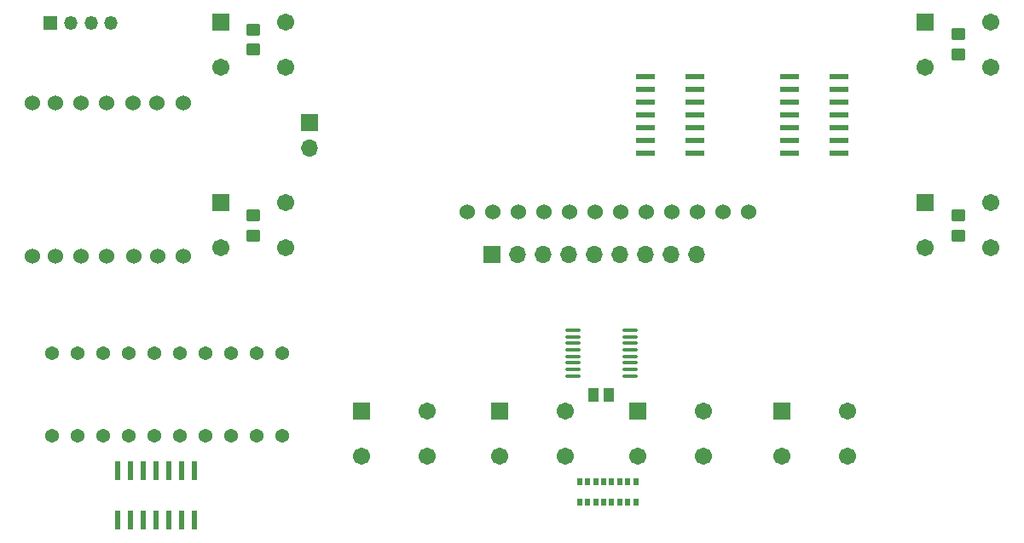
<source format=gbr>
%TF.GenerationSoftware,KiCad,Pcbnew,8.0.4*%
%TF.CreationDate,2024-11-14T23:53:26+02:00*%
%TF.ProjectId,sienikontrolleri,7369656e-696b-46f6-9e74-726f6c6c6572,rev?*%
%TF.SameCoordinates,Original*%
%TF.FileFunction,Soldermask,Bot*%
%TF.FilePolarity,Negative*%
%FSLAX46Y46*%
G04 Gerber Fmt 4.6, Leading zero omitted, Abs format (unit mm)*
G04 Created by KiCad (PCBNEW 8.0.4) date 2024-11-14 23:53:26*
%MOMM*%
%LPD*%
G01*
G04 APERTURE LIST*
G04 Aperture macros list*
%AMRoundRect*
0 Rectangle with rounded corners*
0 $1 Rounding radius*
0 $2 $3 $4 $5 $6 $7 $8 $9 X,Y pos of 4 corners*
0 Add a 4 corners polygon primitive as box body*
4,1,4,$2,$3,$4,$5,$6,$7,$8,$9,$2,$3,0*
0 Add four circle primitives for the rounded corners*
1,1,$1+$1,$2,$3*
1,1,$1+$1,$4,$5*
1,1,$1+$1,$6,$7*
1,1,$1+$1,$8,$9*
0 Add four rect primitives between the rounded corners*
20,1,$1+$1,$2,$3,$4,$5,0*
20,1,$1+$1,$4,$5,$6,$7,0*
20,1,$1+$1,$6,$7,$8,$9,0*
20,1,$1+$1,$8,$9,$2,$3,0*%
G04 Aperture macros list end*
%ADD10R,1.700000X1.700000*%
%ADD11O,1.700000X1.700000*%
%ADD12RoundRect,0.102000X-0.754000X-0.754000X0.754000X-0.754000X0.754000X0.754000X-0.754000X0.754000X0*%
%ADD13C,1.712000*%
%ADD14C,1.524000*%
%ADD15R,0.558800X1.981200*%
%ADD16RoundRect,0.250000X-0.450000X0.350000X-0.450000X-0.350000X0.450000X-0.350000X0.450000X0.350000X0*%
%ADD17R,1.981200X0.558800*%
%ADD18R,1.350000X1.350000*%
%ADD19O,1.350000X1.350000*%
%ADD20C,1.371600*%
%ADD21R,1.016000X1.397000*%
%ADD22RoundRect,0.100000X0.637500X0.100000X-0.637500X0.100000X-0.637500X-0.100000X0.637500X-0.100000X0*%
%ADD23R,0.558800X0.635000*%
G04 APERTURE END LIST*
D10*
%TO.C,J1*%
X92659200Y-51155600D03*
D11*
X95199200Y-51155600D03*
X97739200Y-51155600D03*
X100279200Y-51155600D03*
X102819200Y-51155600D03*
X105359200Y-51155600D03*
X107899200Y-51155600D03*
X110439200Y-51155600D03*
X112979200Y-51155600D03*
%TD*%
D12*
%TO.C,S6*%
X65732500Y-46043100D03*
D13*
X72232500Y-46043100D03*
X65732500Y-50543100D03*
X72232500Y-50543100D03*
%TD*%
D12*
%TO.C,S3*%
X107150000Y-66750000D03*
D13*
X113650000Y-66750000D03*
X107150000Y-71250000D03*
X113650000Y-71250000D03*
%TD*%
D12*
%TO.C,S4*%
X121450000Y-66750000D03*
D13*
X127950000Y-66750000D03*
X121450000Y-71250000D03*
X127950000Y-71250000D03*
%TD*%
D14*
%TO.C,DISP1*%
X90242500Y-46964100D03*
X92782500Y-46964100D03*
X95322500Y-46964100D03*
X97862500Y-46964100D03*
X100402500Y-46964100D03*
X102942500Y-46964100D03*
X105482500Y-46964100D03*
X108022500Y-46964100D03*
X110562500Y-46964100D03*
X113102500Y-46964100D03*
X115642500Y-46964100D03*
X118182500Y-46964100D03*
%TD*%
D12*
%TO.C,S1*%
X79750000Y-66750000D03*
D13*
X86250000Y-66750000D03*
X79750000Y-71250000D03*
X86250000Y-71250000D03*
%TD*%
D12*
%TO.C,S7*%
X135732500Y-28043100D03*
D13*
X142232500Y-28043100D03*
X135732500Y-32543100D03*
X142232500Y-32543100D03*
%TD*%
D12*
%TO.C,S5*%
X65732500Y-28043100D03*
D13*
X72232500Y-28043100D03*
X65732500Y-32543100D03*
X72232500Y-32543100D03*
%TD*%
D10*
%TO.C,J2*%
X74531500Y-38092100D03*
D11*
X74531500Y-40632100D03*
%TD*%
D12*
%TO.C,S8*%
X135732500Y-46043100D03*
D13*
X142232500Y-46043100D03*
X135732500Y-50543100D03*
X142232500Y-50543100D03*
%TD*%
D12*
%TO.C,S2*%
X93450000Y-66750000D03*
D13*
X99950000Y-66750000D03*
X93450000Y-71250000D03*
X99950000Y-71250000D03*
%TD*%
D15*
%TO.C,SREG1*%
X55549800Y-72694800D03*
X56819800Y-72694800D03*
X58089800Y-72694800D03*
X59359800Y-72694800D03*
X60629800Y-72694800D03*
X61899800Y-72694800D03*
X63169800Y-72694800D03*
X63169800Y-77622400D03*
X61899800Y-77622400D03*
X60629800Y-77622400D03*
X59359800Y-77622400D03*
X58089800Y-77622400D03*
X56819800Y-77622400D03*
X55549800Y-77622400D03*
%TD*%
D16*
%TO.C,R6*%
X138982500Y-47293100D03*
X138982500Y-49293100D03*
%TD*%
D17*
%TO.C,SREG3*%
X127146300Y-33483100D03*
X127146300Y-34753100D03*
X127146300Y-36023100D03*
X127146300Y-37293100D03*
X127146300Y-38563100D03*
X127146300Y-39833100D03*
X127146300Y-41103100D03*
X122218700Y-41103100D03*
X122218700Y-39833100D03*
X122218700Y-38563100D03*
X122218700Y-37293100D03*
X122218700Y-36023100D03*
X122218700Y-34753100D03*
X122218700Y-33483100D03*
%TD*%
D18*
%TO.C,GROOVE1*%
X48864000Y-28194000D03*
D19*
X50864000Y-28194000D03*
X52864000Y-28194000D03*
X54864000Y-28194000D03*
%TD*%
D14*
%TO.C,MCU1*%
X47013600Y-36156000D03*
X49340000Y-36156000D03*
X51880000Y-36156000D03*
X54420000Y-36156000D03*
X57013600Y-36156000D03*
X59434538Y-36156000D03*
X62053600Y-36156000D03*
X62053600Y-51396000D03*
X59513600Y-51396000D03*
X57092662Y-51396000D03*
X54420000Y-51396000D03*
X51880000Y-51396000D03*
X49340000Y-51396000D03*
X47013600Y-51396000D03*
%TD*%
D20*
%TO.C,LATCH1*%
X49000000Y-61000000D03*
X51540000Y-61000000D03*
X54080000Y-61000000D03*
X56620000Y-61000000D03*
X59160000Y-61000000D03*
X61700000Y-61000000D03*
X64240000Y-61000000D03*
X66780000Y-61000000D03*
X69320000Y-61000000D03*
X71860000Y-61000000D03*
X71860000Y-69255000D03*
X69320000Y-69255000D03*
X66780000Y-69255000D03*
X64240000Y-69255000D03*
X61700000Y-69255000D03*
X59160000Y-69255000D03*
X56620000Y-69255000D03*
X54080000Y-69255000D03*
X51540000Y-69255000D03*
X49000000Y-69255000D03*
%TD*%
D21*
%TO.C,R4*%
X104292400Y-65176400D03*
X102743000Y-65176400D03*
%TD*%
D16*
%TO.C,R9*%
X68982500Y-28830600D03*
X68982500Y-30830600D03*
%TD*%
D22*
%TO.C,EXP1*%
X106412500Y-58725000D03*
X106412500Y-59375000D03*
X106412500Y-60025000D03*
X106412500Y-60675000D03*
X106412500Y-61325000D03*
X106412500Y-61975000D03*
X106412500Y-62625000D03*
X106412500Y-63275000D03*
X100687500Y-63275000D03*
X100687500Y-62625000D03*
X100687500Y-61975000D03*
X100687500Y-61325000D03*
X100687500Y-60675000D03*
X100687500Y-60025000D03*
X100687500Y-59375000D03*
X100687500Y-58725000D03*
%TD*%
D23*
%TO.C,R3*%
X101372000Y-73787000D03*
X102172000Y-73787000D03*
X102971999Y-73787000D03*
X103772000Y-73787000D03*
X104571998Y-73787000D03*
X105371999Y-73787000D03*
X106172000Y-73787000D03*
X106971998Y-73787000D03*
X106971998Y-75869800D03*
X106171998Y-75869800D03*
X105371999Y-75869800D03*
X104571998Y-75869800D03*
X103772000Y-75869800D03*
X102971999Y-75869800D03*
X102171998Y-75869800D03*
X101372000Y-75869800D03*
%TD*%
D16*
%TO.C,R7*%
X138982500Y-29293100D03*
X138982500Y-31293100D03*
%TD*%
%TO.C,R8*%
X68982500Y-47293100D03*
X68982500Y-49293100D03*
%TD*%
D17*
%TO.C,SREG2*%
X112846300Y-33483100D03*
X112846300Y-34753100D03*
X112846300Y-36023100D03*
X112846300Y-37293100D03*
X112846300Y-38563100D03*
X112846300Y-39833100D03*
X112846300Y-41103100D03*
X107918700Y-41103100D03*
X107918700Y-39833100D03*
X107918700Y-38563100D03*
X107918700Y-37293100D03*
X107918700Y-36023100D03*
X107918700Y-34753100D03*
X107918700Y-33483100D03*
%TD*%
M02*

</source>
